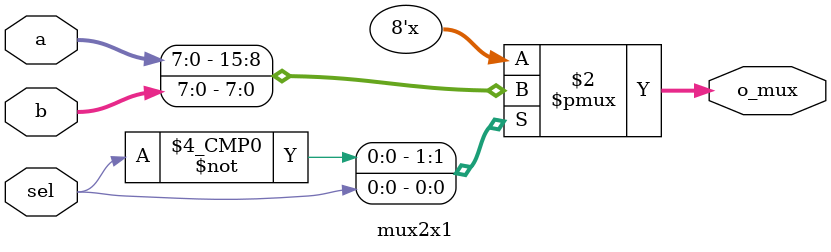
<source format=sv>
`timescale 1ns / 1ps


module datapath (
    input logic clk,
    input logic reset,
    input logic [3:0] ra1,
    input logic [3:0] ra2,
    input logic mux,
    input logic wren,
    input logic [3:0] wa,
    input logic outBuf,
    input logic aluop,
    output logic o_le,
    output logic [7:0] outport

);

    logic [7:0] r_data1, r_data2, sum, wr_data;

    register_file u_register_file (
        .clk      (clk),
        .readaddr1(ra1),
        .readaddr2(ra2),
        .wraddr   (wa),
        .wren     (wren),
        .wr_data  (wr_data),
        .r_data1  (r_data1),
        .r_data2  (r_data2)
    );

    comporater u_comporater (
        .a (r_data1),
        .b (9),
        .tr(o_le)
    );


    adder u_adder (
        .a  (r_data1),
        .b  (r_data2),
        .sum(sum)
    );

    mux2x1 u_mux2x1 (
        .a    (sum),
        .b    (1),
        .sel  (mux),
        .o_mux(wr_data)
    );

    register o_buffer (
        .clk  (clk),
        .reset(reset),
        .en   (outBuf),
        .d    (sum),
        .q    (outport)

    );


endmodule



module register_file (
    input logic clk,
    input logic [2:0] readaddr1,
    input logic [2:0] readaddr2,
    input logic [2:0] wraddr,
    input logic [2:0] wren,
    input logic [7:0] wr_data,
    output logic [7:0] r_data1,
    output logic [7:0] r_data2
);

    logic [7:0] mem[0:7];

    always_ff @(posedge clk) begin
        if (wren) begin
            mem[wraddr] <= wr_data;
        end

    end


    assign r_data1 = (readaddr1 == 3'b0) ? 8'b0 : mem[readaddr1];
    assign r_data2 = (readaddr2 == 3'b0) ? 8'b0 : mem[readaddr2];

endmodule

module comporater (
    input logic [7:0] a,
    input logic [7:0] b,
    output logic tr
);
    assign tr = (a <= b);
endmodule


module register (
    input logic clk,
    input logic reset,
    input logic [7:0] d,
    input logic en,
    output logic [7:0] q
);
    always_ff @(posedge clk, posedge reset) begin
        if (reset) begin
            q <= 0;
        end else begin
            if (en) begin
                q <= d;
            end
        end
    end
endmodule


module adder (
    input  logic [7:0] a,
    input  logic [7:0] b,
    input  logic [2:0] aluop,
    output logic [7:0] sum
);

    always_comb begin
        case (aluop)
            000: begin
                sum = a + b;
            end
            001: begin
                sum = a -b;
            end
            010: begin
                sum = a & b;
            end
            011: begin
                sum = a | b;
            end
            100: begin
                sum = a ^ b;
            end
            101: begin
                sum = ~a;
            end
            default: begin

            end
        endcase
    end
    assign sum = a + b;
endmodule


module mux2x1 (
    input logic [7:0] a,
    input logic [7:0] b,
    input logic sel,
    output logic [7:0] o_mux
);
    always_comb begin
        o_mux = 8'b0;
        case (sel)
            0: begin
                o_mux = a;
            end
            1: begin
                o_mux = b;
            end
        endcase
    end
endmodule

</source>
